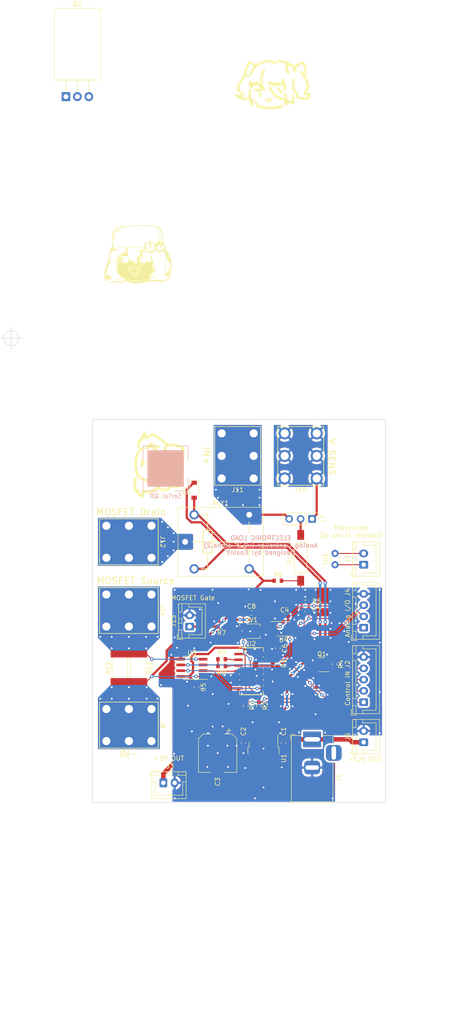
<source format=kicad_pcb>
(kicad_pcb (version 20241229) (generator "pcbnew") (generator_version "9.0")
  (layers (0 "F.Cu" signal) (2 "B.Cu" signal) (13 "F.Paste" user) (15 "B.Paste" user) (5 "F.SilkS" user "F.Silkscreen") (7 "B.SilkS" user "B.Silkscreen") (1 "F.Mask" user) (3 "B.Mask" user) (25 "Edge.Cuts" user))
  (net 0 "")
  (net 1 "VCC")
  (net 2 "GND")
  (net 4 "/Vmeas")
  (net 5 "Net-(R8-Pad1)")
  (net 6 "Net-(J2-Pad4)")
  (net 7 "Vofs")
  (net 8 "SHUNT_SELECT2")
  (net 9 "LOAD_ENABLE")
  (net 10 "SHUNT_SELECT1")
  (net 11 "Vconst_ENABLE")
  (net 12 "/Vref")
  (net 13 "Rg_2")
  (net 14 "Net-(R9-Pad1)")
  (net 15 "Net-(RV1-Pad3)")
  (net 16 "Rg_1")
  (net 17 "Net-(U2-Pad8)")
  (net 20 "+12V")
  (net 21 "Net-(C8-Pad2)")
  (net 22 "/MOS+")
  (net 23 "/MOS-")
  (net 24 "/Load+")
  (net 25 "Net-(J13-Pad1)")
  (net 26 "Net-(C7-Pad2)")
  (net 27 "Net-(C8-Pad1)")
  (net 28 "/Vsens")
  (net 29 "Net-(J7-Pad2)")
  (net 30 "Net-(J9-Pad1)")
  (net 31 "Net-(J9-Pad2)")
  (net 32 "Load-")
  (footprint "Connector_JST:JST_XH_B2B-XH-A_1x02_P2.50mm_Vertical" (layer "F.Cu") (at 90.17 62.23 90)
    (property "Reference" "J9")
    (property "Value" "Conn_01x02")
  )
  (footprint "Package_TO_SOT_SMD:TO-252-2" (layer "F.Cu") (at 67.945 105.165 -90)
    (property "Reference" "U1")
    (property "Value" "NJM7805SDL1")
  )
  (footprint "Kibishi-chan:Kibishi-chan_17x17mm" (layer "F.Cu") (at 69.969523 -44.003063)
    (property "Reference" "P3" (hide yes))
    (property "Value" "Eoshi-chan_Silk" (hide yes))
  )
  (footprint "Connector_PinHeader_2.54mm:PinHeader_1x03_P2.54mm_Vertical" (layer "F.Cu") (at 78.725 52.07 -90)
    (property "Reference" "J7")
    (property "Value" "VsensJMP")
  )
  (footprint "Diode_SMD:D_SOD-123" (layer "F.Cu") (at 52.578 45.72 -90)
    (property "Reference" "D1")
    (property "Value" "GS1010FL")
  )
  (footprint "Capacitor_THT:C_Disc_D3.0mm_W1.6mm_P2.50mm" (layer "F.Cu") (at 83.82 62.23 90)
    (property "Reference" "TH1")
    (property "Value" "Thermistor")
  )
  (footprint "Capacitor_SMD:C_0603_1608Metric" (layer "F.Cu") (at 72.39 101.74 -90)
    (property "Reference" "C1")
    (property "Value" "0.33u")
  )
  (footprint "Capacitor_SMD:C_0603_1608Metric" (layer "F.Cu") (at 71.12 80.772 90)
    (property "Reference" "C6")
    (property "Value" "0.1u")
  )
  (footprint "MountingHole:MountingHole_3.2mm_M3" (layer "F.Cu") (at 90 110)
    (property "Reference" "H3" (hide yes))
    (property "Value" "MountingHole")
  )
  (footprint "Resistor_SMD:R_0603_1608Metric" (layer "F.Cu") (at 71.12 84.137 -90)
    (property "Reference" "R1")
    (property "Value" "10k")
  )
  (footprint "Resistor_SMD:R_2512_6332Metric" (layer "F.Cu") (at 40.132 85.09 -90)
    (property "Reference" "R11")
    (property "Value" "20m")
  )
  (footprint "Package_SO:SOIC-8_3.9x4.9mm_P1.27mm" (layer "F.Cu") (at 52.07 85.09 180)
    (property "Reference" "U3")
    (property "Value" "AD8226ARZ")
  )
  (footprint "Akizuki_BarrelJack:BarrelJack_Horizontal1" (layer "F.Cu") (at 78.74 114.715 90)
    (property "Reference" "J1")
    (property "Value" "2.1-5.5 +12VDC")
  )
  (footprint "Resistor_SMD:R_0603_1608Metric" (layer "F.Cu") (at 66.929 93.535 -90)
    (property "Reference" "R2")
    (property "Value" "10k")
  )
  (footprint "Resistor_SMD:R_0603_1608Metric" (layer "F.Cu") (at 71.12 65.786)
    (property "Reference" "R6")
    (property "Value" "10k")
  )
  (footprint "Connector_JST:JST_XH_B2B-XH-A_1x02_P2.50mm_Vertical" (layer "F.Cu") (at 51.562 75.946 90)
    (property "Reference" "J13")
    (property "Value" "Gate")
  )
  (footprint "Connector_JST:JST_XH_B2B-XH-A_1x02_P2.50mm_Vertical" (layer "F.Cu") (at 90.17 101.6 90)
    (property "Reference" "J5")
    (property "Value" "+12V")
  )
  (footprint "Akizuki_Relay:HSINDA-943_12A-1C_5p" (layer "F.Cu") (at 58.42 57.15)
    (property "Reference" "RLY1")
    (property "Value" "943-1C-12DS")
  )
  (footprint "Resistor_SMD:R_0603_1608Metric" (layer "F.Cu") (at 77.216 70.612 180)
    (property "Reference" "R5")
    (property "Value" "390k")
  )
  (footprint "Resistor_SMD:R_0603_1608Metric" (layer "F.Cu") (at 83.693 84.328 -90)
    (property "Reference" "R4")
    (property "Value" "10k")
  )
  (footprint "Akizuki_ScrewTerminal:ScrewTerminal_01x01_PCB-20" (layer "F.Cu") (at 38.1 97.79 -90)
    (property "Reference" "J8")
    (property "Value" "Vin_-")
  )
  (footprint "Capacitor_SMD:C_0603_1608Metric" (layer "F.Cu") (at 65.278 72.898)
    (property "Reference" "C8")
    (property "Value" "0.01u")
  )
  (footprint "Connector_JST:JST_XH_B2B-XH-A_1x02_P2.50mm_Vertical" (layer "F.Cu") (at 45.74 110.6)
    (property "Reference" "J3")
    (property "Value" "+5V")
  )
  (footprint "Capacitor_SMD:CP_Elec_8x6.2" (layer "F.Cu") (at 57.785 104.015 -90)
    (property "Reference" "C3")
    (property "Value" "47u")
  )
  (footprint "Package_DIPSMD:DIPSMD_0W25Resistor_P10.16mm_Horizontal" (layer "F.Cu") (at 76.2 65.786 90)
    (property "Reference" "R10")
    (property "Value" "390k")
  )
  (footprint "Resistor_SMD:R_0603_1608Metric" (layer "F.Cu") (at 58.674 83.185 180)
    (property "Reference" "R9")
    (property "Value" "2.61k")
  )
  (footprint "Capacitor_SMD:C_0603_1608Metric" (layer "F.Cu") (at 72.631 73.66 180)
    (property "Reference" "C4")
    (property "Value" "0.1u")
  )
  (footprint "Connector_JST:JST_XH_B4B-XH-A_1x04_P2.50mm_Vertical" (layer "F.Cu") (at 90.17 76.2 90)
    (property "Reference" "J4")
    (property "Value" "AnalogIO")
  )
  (footprint "Resistor_SMD:R_0603_1608Metric" (layer "F.Cu") (at 58.674 84.709 180)
    (property "Reference" "R8")
    (property "Value" "499")
  )
  (footprint "Eoshi-chan_v2:Eoshi-chan-v2_15x15" (layer "F.Cu") (at 44.704 40.132 -90)
    (property "Reference" "P2" (hide yes))
    (property "Value" "Eoshi-chan_Silk" (hide yes))
  )
  (footprint "MountingHole:MountingHole_3.2mm_M3" (layer "F.Cu") (at 90 35)
    (property "Reference" "H4" (hide yes))
    (property "Value" "MountingHole")
  )
  (footprint "Package_TO_SOT_THT:TO-220-3_Horizontal_TabDown" (layer "F.Cu") (at 24.13 -41.57)
    (property "Reference" "Q2")
    (property "Value" "TK100E06N1")
  )
  (footprint "Eoshi-chan:Eoshi-chan_logo_15x15" (layer "F.Cu") (at 40.131673 -7.005027)
    (property "Reference" "P1" (hide yes))
    (property "Value" "Eoshi-chan_Silk" (hide yes))
  )
  (footprint "Akizuki_ScrewTerminal:ScrewTerminal_01x01_PCB-20" (layer "F.Cu") (at 38.1 57.15 -90)
    (property "Reference" "J12")
    (property "Value" "Drain")
  )
  (footprint "Akizuki_ScrewTerminal:ScrewTerminal_01x01_PCB-20" (layer "F.Cu") (at 38.1 72.39 -90)
    (property "Reference" "J14")
    (property "Value" "Source")
  )
  (footprint "Package_DMP:DMP-14_10x5_P1.27mm" (layer "F.Cu") (at 65.278 85.852 -90)
    (property "Reference" "U2")
    (property "Value" "4066")
  )
  (footprint "Package_TO_SOT_SMD:SOT-23" (layer "F.Cu") (at 80.8713 84.4042 180)
    (property "Reference" "Q1")
    (property "Value" "2N7002K")
  )
  (footprint "Resistor_SMD:R_2512_6332Metric" (layer "F.Cu") (at 36.068 85.09 -90)
    (property "Reference" "R12")
    (property "Value" "20m")
  )
  (footprint "Resistor_SMD:R_0603_1608Metric" (layer "F.Cu") (at 58.674 75.946 180)
    (property "Reference" "R7")
    (property "Value" "100")
  )
  (footprint "MountingHole:MountingHole_3.2mm_M3" (layer "F.Cu") (at 35 35)
    (property "Reference" "H1" (hide yes))
    (property "Value" "MountingHole")
  )
  (footprint "Capacitor_SMD:C_0603_1608Metric" (layer "F.Cu") (at 77.216 72.136 180)
    (property "Reference" "C7")
    (property "Value" "1000p")
  )
  (footprint "MountingHole:MountingHole_3.2mm_M3" (layer "F.Cu") (at 35 110)
    (property "Reference" "H2" (hide yes))
    (property "Value" "MountingHole")
  )
  (footprint "Capacitor_SMD:C_0603_1608Metric" (layer "F.Cu") (at 53.086 89.421 -90)
    (property "Reference" "C5")
    (property "Value" "0.1u")
  )
  (footprint "Potentiometer_SMD:Potentiometer_Bourns_TC33X_Vertical" (layer "F.Cu") (at 65.278 76.962)
    (property "Reference" "RV1")
    (property "Value" "10k")
  )
  (footprint "Package_SO:MSOP-8_3x3mm_P0.65mm" (layer "F.Cu") (at 72.39 76.454)
    (property "Reference" "U4")
    (property "Value" "S-89713B-K8T2U")
  )
  (footprint "Akizuki_ScrewTerminal:ScrewTerminal_01x01_PCB-20" (layer "F.Cu") (at 62.23 38.1 180)
    (property "Reference" "J11")
    (property "Value" "Vin+")
  )
  (footprint "Akizuki_ScrewTerminal:ScrewTerminal_01x01_PCB-20" (layer "F.Cu") (at 76.2 38.1 180)
    (property "Reference" "J10")
    (property "Value" "Vsens")
  )
  (footprint "Connector_JST:JST_XH_B5B-XH-A_1x05_P2.50mm_Vertical" (layer "F.Cu") (at 90.17 92.71 90)
    (property "Reference" "J2")
    (property "Value" "Switch_Control")
  )
  (footprint "Resistor_SMD:R_0603_1608Metric" (layer "F.Cu") (at 64.008 93.535 -90)
    (property "Reference" "R3")
    (property "Value" "10k")
  )
  (footprint "Capacitor_SMD:C_0603_1608Metric" (layer "F.Cu") (at 63.5 101.74 -90)
    (property "Reference" "C2")
    (property "Value" "0.1u")
  )
  (footprint "JLCPCB_Serial:Serial_QR_8x8" (layer "B.Cu") (at 46.228 40.894 180)
    (property "Reference" "P4" (hide yes))
    (property "Value" "Serial_QR")
  )
  (gr_rect (start 30 30) (end 95 115) (stroke (width 0.1)) (fill no) (layer "Edge.Cuts"))
  (gr_text "Analog I/O" (at 86.614 74.168 90) (layer "F.SilkS") (effects (font (size 1 1))))
  (gr_text "IN+" (at 55.372 38.1 270) (layer "F.SilkS") (effects (font (size 1.5 1.5) (thickness 0.2))))
  (gr_text "Control IN" (at 86.614 89.662 90) (layer "F.SilkS") (effects (font (size 1 1))))
  (gr_text "+12V OUT" (at 90.424 105.41 0) (layer "F.SilkS") (effects (font (size 1 1))))
  (gr_text "Thermister\n(to shunt resistor)" (at 87.376 54.864 0) (layer "F.SilkS") (effects (font (size 1 1))))
  (gr_text "MOSFET Gate" (at 52.324 69.596 0) (layer "F.SilkS") (effects (font (size 1 1))))
  (gr_text "MOSFET Drain" (at 38.608 50.546 0) (layer "F.SilkS") (effects (font (size 1.5 1.5) (thickness 0.2))))
  (gr_text "V SENS" (at 83.058 38.354 270) (layer "F.SilkS") (effects (font (size 1.5 1.5) (thickness 0.2))))
  (gr_text "+5V OUT" (at 46.99 105.156 0) (layer "F.SilkS") (effects (font (size 1 1))))
  (gr_text "IN-" (at 38.1 104.14 0) (layer "F.SilkS") (effects (font (size 1.5 1.5) (thickness 0.2))))
  (gr_text "MOSFET Source" (at 39.624 65.786 0) (layer "F.SilkS") (effects (font (size 1.5 1.5) (thickness 0.2))))
  (gr_text "ELECTRONIC LOAD\nAnalog Controller (v0.2-alpha.2)\nDesigned by: EosinY" (at 67.31 57.912 0) (layer "B.SilkS") (effects (font (size 1 1) (thickness 0.2)) (justify mirror)))
  (target plus (at 12.005 11.99) (size 5) (width 0.1) (layer "Edge.Cuts"))
  (segment (start 73.406 75.479) (end 73.365 75.479) (width 0.5) (layer "F.Cu") (net 1))
  (segment (start 51.943 83.566) (end 51.943 82.677) (width 0.5) (layer "F.Cu") (net 1))
  (segment (start 51.435 86.995) (end 53.073 88.633) (width 0.5) (layer "F.Cu") (net 1))
  (segment (start 68.153 82.042) (end 70.625 82.042) (width 0.5) (layer "F.Cu") (net 1))
  (segment (start 73.406 75.479) (end 73.406 73.66) (width 0.5) (layer "F.Cu") (net 1))
  (segment (start 55.994 88.633) (end 57.785 90.424) (width 0.5) (layer "F.Cu") (net 1))
  (segment (start 72.898 79.769) (end 71.12 81.547) (width 0.5) (layer "F.Cu") (net 1))
  (segment (start 53.073 88.633) (end 55.994 88.633) (width 0.5) (layer "F.Cu") (net 1))
  (segment (start 53.34 100.965) (end 57.785 100.965) (width 1) (layer "F.Cu") (net 1))
  (segment (start 52.578 82.042) (end 55.753 82.042) (width 0.5) (layer "F.Cu") (net 1))
  (segment (start 45.74 108.565) (end 53.34 100.965) (width 1) (layer "F.Cu") (net 1))
  (segment (start 57.785 100.965) (end 63.5 100.965) (width 1) (layer "F.Cu") (net 1))
  (segment (start 57.15 80.645) (end 63.373 80.645) (width 0.5) (layer "F.Cu") (net 1))
  (segment (start 51.435 86.995) (end 52.324 86.106) (width 0.5) (layer "F.Cu") (net 1))
  (segment (start 63.5 100.965) (end 65.665 100.965) (width 1) (layer "F.Cu") (net 1))
  (segment (start 57.785 90.424) (end 57.785 100.965) (width 0.5) (layer "F.Cu") (net 1))
  (segment (start 49.595 86.995) (end 51.435 86.995) (width 0.5) (layer "F.Cu") (net 1))
  (segment (start 55.753 82.042) (end 57.15 80.645) (width 0.5) (layer "F.Cu") (net 1))
  (segment (start 52.324 86.106) (end 52.324 83.947) (width 0.5) (layer "F.Cu") (net 1))
  (segment (start 51.943 82.677) (end 52.578 82.042) (width 0.5) (layer "F.Cu") (net 1))
  (segment (start 63.373 80.645) (end 64.77 82.042) (width 0.5) (layer "F.Cu") (net 1))
  (segment (start 52.324 83.947) (end 51.943 83.566) (width 0.5) (layer "F.Cu") (net 1))
  (segment (start 64.77 82.042) (end 68.153 82.042) (width 0.5) (layer "F.Cu") (net 1))
  (segment (start 73.365 75.479) (end 72.898 75.946) (width 0.5) (layer "F.Cu") (net 1))
  (segment (start 70.625 82.042) (end 71.12 81.547) (width 0.5) (layer "F.Cu") (net 1))
  (segment (start 72.898 75.946) (end 72.898 79.769) (width 0.5) (layer "F.Cu") (net 1))
  (segment (start 45.74 110.6) (end 45.74 108.565) (width 1) (layer "F.Cu") (net 1))
  (segment (start 73.406 75.479) (end 74.5025 75.479) (width 0.3) (layer "F.Cu") (net 1))
  (via (at 75.184 71.12) (size 0.8) (drill 0.4) (layers "F.Cu" "B.Cu") (net 2))
  (via (at 71.882 77.343) (size 0.8) (drill 0.4) (layers "F.Cu" "B.Cu") (net 2))
  (via (at 72.263 82.296) (size 0.8) (drill 0.4) (layers "F.Cu" "B.Cu") (net 2))
  (via (at 72.771 84.455) (size 0.8) (drill 0.4) (layers "F.Cu" "B.Cu") (net 2))
  (via (at 55.6514 99.5934) (size 0.8) (drill 0.4) (layers "F.Cu" "B.Cu") (net 2))
  (via (at 80.264 89.027) (size 0.8) (drill 0.4) (layers "F.Cu" "B.Cu") (net 2))
  (via (at 60.198 93.091) (size 0.8) (drill 0.4) (layers "F.Cu" "B.Cu") (net 2))
  (via (at 48.768 80.645) (size 0.8) (drill 0.4) (layers "F.Cu" "B.Cu") (net 2))
  (via (at 82.804 76.454) (size 0.8) (drill 0.4) (layers "F.Cu" "B.Cu") (net 2))
  (via (at 79.502 95.377) (size 0.8) (drill 0.4) (layers "F.Cu" "B.Cu") (net 2))
  (via (at 88.392 74.676) (size 0.8) (drill 0.4) (layers "F.Cu" "B.Cu") (net 2))
  (via (at 82.804 78.486) (size 0.8) (drill 0.4) (layers "F.Cu" "B.Cu") (net 2))
  (via (at 62.2808 79.5528) (size 0.8) (drill 0.4) (layers "F.Cu" "B.Cu") (net 2))
  (via (at 56.388 86.995) (size 0.8) (drill 0.4) (layers "F.Cu" "B.Cu") (net 2))
  (via (at 74.422 90.932) (size 0.8) (drill 0.4) (layers "F.Cu" "B.Cu") (net 2))
  (via (at 75.184 67.818) (size 0.8) (drill 0.4) (layers "F.Cu" "B.Cu") (net 2))
  (via (at 60.071 107.061) (size 0.8) (drill 0.4) (layers "F.Cu" "B.Cu") (net 2))
  (via (at 75.692 73.406) (size 0.8) (drill 0.4) (layers "F.Cu" "B.Cu") (net 2))
  (via (at 88.773 88.9) (size 0.8) (drill 0.4) (layers "F.Cu" "B.Cu") (net 2))
  (via (at 93.726 90.424) (size 0.8) (drill 0.4) (layers "F.Cu" "B.Cu") (net 2))
  (via (at 93.726 99.568) (size 0.8) (drill 0.4) (layers "F.Cu" "B.Cu") (net 2))
  (via (at 48.26 78.359) (size 0.8) (drill 0.4) (layers "F.Cu" "B.Cu") (net 2))
  (via (at 75.565 87.122) (size 0.8) (drill 0.4) (layers "F.Cu" "B.Cu") (net 2))
  (via (at 65.532 93.98) (size 0.8) (drill 0.4) (layers "F.Cu" "B.Cu") (net 2))
  (via (at 78.867 83.439) (size 0.8) (drill 0.4) (layers "F.Cu" "B.Cu") (net 2))
  (via (at 48.26 114.046) (size 0.8) (drill 0.4) (layers "F.Cu" "B.Cu") (net 2))
  (via (at 48.26 67.818) (size 0.8) (drill 0.4) (layers "F.Cu" "B.Cu") (net 2))
  (via (at 52.07 99.187) (size 0.8) (drill 0.4) (layers "F.Cu" "B.Cu") (net 2))
  (via (at 64.643 67.691) (size 0.8) (drill 0.4) (layers "F.Cu" "B.Cu") (net 2))
  (via (at 63.881 107.315) (size 0.8) (drill 0.4) (layers "F.Cu" "B.Cu") (net 2))
  (via (at 71.755 93.599) (size 0.8) (drill 0.4) (layers "F.Cu" "B.Cu") (net 2))
  (via (at 88.773 86.487) (size 0.8) (drill 0.4) (layers "F.Cu" "B.Cu") (net 2))
  (via (at 79.248 72.898) (size 0.8) (drill 0.4) (layers "F.Cu" "B.Cu") (net 2))
  (via (at 78.994 87.376) (size 0.8) (drill 0.4) (layers "F.Cu" "B.Cu") (net 2))
  (via (at 58.9026 98.0948) (size 0.8) (drill 0.4) (layers "F.Cu" "B.Cu") (net 2))
  (via (at 45.2374 88.9) (size 0.8) (drill 0.4) (layers "F.Cu" "B.Cu") (net 2))
  (via (at 82.804 70.358) (size 0.8) (drill 0.4) (layers "F.Cu" "B.Cu") (net 2))
  (via (at 56.6928 90.932) (size 0.8) (drill 0.4) (layers "F.Cu" "B.Cu") (net 2))
  (via (at 76.962 85.598) (size 0.8) (drill 0.4) (layers "F.Cu" "B.Cu") (net 2))
  (via (at 57.785 104.013) (size 0.8) (drill 0.4) (layers "F.Cu" "B.Cu") (net 2))
  (via (at 55.499 107.061) (size 0.8) (drill 0.4) (layers "F.Cu" "B.Cu") (net 2))
  (via (at 79.502 70.104) (size 0.8) (drill 0.4) (layers "F.Cu" "B.Cu") (net 2))
  (via (at 72.009 91.059) (size 0.8) (drill 0.4) (layers "F.Cu" "B.Cu") (net 2))
  (via (at 69.977 88.138) (size 0.8) (drill 0.4) (layers "F.Cu" "B.Cu") (net 2))
  (via (at 67.945 111.633) (size 0.8) (drill 0.4) (layers "F.Cu" "B.Cu") (net 2))
  (via (at 60.706 86.741) (size 0.8) (drill 0.4) (layers "F.Cu" "B.Cu") (net 2))
  (via (at 50.9778 88.1634) (size 0.8) (drill 0.4) (layers "F.Cu" "B.Cu") (net 2))
  (via (at 47.498 82.1944) (size 0.8) (drill 0.4) (layers "F.Cu" "B.Cu") (net 2))
  (via (at 75.057 78.486) (size 0.8) (drill 0.4) (layers "F.Cu" "B.Cu") (net 2))
  (via (at 63.5 104.013) (size 0.8) (drill 0.4) (layers "F.Cu" "B.Cu") (net 2))
  (via (at 72.009 107.188) (size 0.8) (drill 0.4) (layers "F.Cu" "B.Cu") (net 2))
  (via (at 81.661 99.441) (size 0.8) (drill 0.4) (layers "F.Cu" "B.Cu") (net 2))
  (via (at 59.944 102.362) (size 0.8) (drill 0.4) (layers "F.Cu" "B.Cu") (net 2))
  (via (at 59.309 86.741) (size 0.8) (drill 0.4) (layers "F.Cu" "B.Cu") (net 2))
  (via (at 79.502 67.818) (size 0.8) (drill 0.4) (layers "F.Cu" "B.Cu") (net 2))
  (via (at 75.184 83.82) (size 0.8) (drill 0.4) (layers "F.Cu" "B.Cu") (net 2))
  (via (at 66.421 86.868) (size 0.8) (drill 0.4) (layers "F.Cu" "B.Cu") (net 2))
  (via (at 82.804 72.898) (size 0.8) (drill 0.4) (layers "F.Cu" "B.Cu") (net 2))
  (via (at 93.726 79.502) (size 0.8) (drill 0.4) (layers "F.Cu" "B.Cu") (net 2))
  (via (at 56.6674 98.1202) (size 0.8) (drill 0.4) (layers "F.Cu" "B.Cu") (net 2))
  (via (at 71.6534 99.6188) (size 0.8) (drill 0.4) (layers "F.Cu" "B.Cu") (net 2))
  (via (at 74.422 93.599) (size 0.8) (drill 0.4) (layers "F.Cu" "B.Cu") (net 2))
  (via (at 85.852 76.962) (size 0.8) (drill 0.4) (layers "F.Cu" "B.Cu") (net 2))
  (via (at 71.374 97.155) (size 0.8) (drill 0.4) (layers "F.Cu" "B.Cu") (net 2))
  (via (at 65.532 97.155) (size 0.8) (drill 0.4) (layers "F.Cu" "B.Cu") (net 2))
  (via (at 70.485 70.358) (size 0.8) (drill 0.4) (layers "F.Cu" "B.Cu") (net 2))
  (via (at 70.485 74.168) (size 0.8) (drill 0.4) (layers "F.Cu" "B.Cu") (net 2))
  (via (at 71.8566 78.6892) (size 0.8) (drill 0.4) (layers "F.Cu" "B.Cu") (net 2))
  (via (at 56.642 67.818) (size 0.8) (drill 0.4) (layers "F.Cu" "B.Cu") (net 2))
  (via (at 93.726 67.818) (size 0.8) (drill 0.4) (layers "F.Cu" "B.Cu") (net 2))
  (via (at 88.392 70.866) (size 0.8) (drill 0.4) (layers "F.Cu" "B.Cu") (net 2))
  (via (at 83.312 114.046) (size 0.8) (drill 0.4) (layers "F.Cu" "B.Cu") (net 2))
  (via (at 84.836 75.184) (size 0.8) (drill 0.4) (layers "F.Cu" "B.Cu") (net 2))
  (via (at 67.437 90.805) (size 0.8) (drill 0.4) (layers "F.Cu" "B.Cu") (net 2))
  (via (at 57.912 70.739) (size 0.8) (drill 0.4) (layers "F.Cu" "B.Cu") (net 2))
  (via (at 82.169 91.059) (size 0.8) (drill 0.4) (layers "F.Cu" "B.Cu") (net 2))
  (via (at 69.85 85.471) (size 0.8) (drill 0.4) (layers "F.Cu" "B.Cu") (net 2))
  (via (at 68.199 93.599) (size 0.8) (drill 0.4) (layers "F.Cu" "B.Cu") (net 2))
  (via (at 64.4652 80.1624) (size 0.8) (drill 0.4) (layers "F.Cu" "B.Cu") (net 2))
  (via (at 86.868 79.375) (size 0.8) (drill 0.4) (layers "F.Cu" "B.Cu") (net 2))
  (via (at 56.2356 79.4766) (size 0.8) (drill 0.4) (layers "F.Cu" "B.Cu") (net 2))
  (via (at 53.848 72.136) (size 0.8) (drill 0.4) (layers "F.Cu" "B.Cu") (net 2))
  (via (at 60.706 88.392) (size 0.8) (drill 0.4) (layers "F.Cu" "B.Cu") (net 2))
  (via (at 77.216 89.154) (size 0.8) (drill 0.4) (layers "F.Cu" "B.Cu") (net 2))
  (via (at 73.787 85.344) (size 0.8) (drill 0.4) (layers "F.Cu" "B.Cu") (net 2))
  (via (at 54.5084 89.7128) (size 0.8) (drill 0.4) (layers "F.Cu" "B.Cu") (net 2))
  (via (at 79.248 78.74) (size 0.8) (drill 0.4) (layers "F.Cu" "B.Cu") (net 2))
  (via (at 67.31 67.818) (size 0.8) (drill 0.4) (layers "F.Cu" "B.Cu") (net 2))
  (via (at 72.771 81.534) (size 0.8) (drill 0.4) (layers "F.Cu" "B.Cu") (net 2))
  (via (at 75.819 99.441) (size 0.8) (drill 0.4) (layers "F.Cu" "B.Cu") (net 2))
  (via (at 64.9986 77.0128) (size 0.8) (drill 0.4) (layers "F.Cu" "B.Cu") (net 2))
  (via (at 69.85 80.899) (size 0.8) (drill 0.4) (layers "F.Cu" "B.Cu") (net 2))
  (via (at 83.058 75.184) (size 0.8) (drill 0.4) (layers "F.Cu" "B.Cu") (net 2))
  (via (at 51.181 93.472) (size 0.8) (drill 0.4) (layers "F.Cu" "B.Cu") (net 2))
  (via (at 79.502 91.059) (size 0.8) (drill 0.4) (layers "F.Cu" "B.Cu") (net 2))
  (via (at 84.963 84.328) (size 0.8) (drill 0.4) (layers "F.Cu" "B.Cu") (net 2))
  (via (at 74.803 74.422) (size 0.8) (drill 0.4) (layers "F.Cu" "B.Cu") (net 2))
  (via (at 59.9186 99.5934) (size 0.8) (drill 0.4) (layers "F.Cu" "B.Cu") (net 2))
  (via (at 77.216 67.818) (size 0.8) (drill 0.4) (layers "F.Cu" "B.Cu") (net 2))
  (via (at 82.042 82.169) (size 0.8) (drill 0.4) (layers "F.Cu" "B.Cu") (net 2))
  (via (at 66.167 85.471) (size 0.8) (drill 0.4) (layers "F.Cu" "B.Cu") (net 2))
  (via (at 62.0522 75.8698) (size 0.8) (drill 0.4) (layers "F.Cu" "B.Cu") (net 2))
  (via (at 61.976 102.362) (size 0.8) (drill 0.4) (layers "F.Cu" "B.Cu") (net 2))
  (via (at 68.453 77.7748) (size 0.8) (drill 0.4) (layers "F.Cu" "B.Cu") (net 2))
  (via (at 77.216 69.342) (size 0.8) (drill 0.4) (layers "F.Cu" "B.Cu") (net 2))
  (via (at 57.023 74.803) (size 0.8) (drill 0.4) (layers "F.Cu" "B.Cu") (net 2))
  (via (at 66.0146 80.9244) (size 0.8) (drill 0.4) (layers "F.Cu" "B.Cu") (net 2))
  (via (at 66.04 114.046) (size 0.8) (drill 0.4) (layers "F.Cu" "B.Cu") (net 2))
  (via (at 74.168 82.931) (size 0.8) (drill 0.4) (layers "F.Cu" "B.Cu") (net 2))
  (via (at 48.133 104.14) (size 0.8) (drill 0.4) (layers "F.Cu" "B.Cu") (net 2))
  (via (at 52.6034 80.7466) (size 0.8) (drill 0.4) (layers "F.Cu" "B.Cu") (net 2))
  (via (at 63.119 90.805) (size 0.8) (drill 0.4) (layers "F.Cu" "B.Cu") (net 2))
  (via (at 67.945 102.997) (size 0.8) (drill 0.4) (layers "F.Cu" "B.Cu") (net 2))
  (via (at 66.294 83.312) (size 0.8) (drill 0.4) (layers "F.Cu" "B.Cu") (net 2))
  (via (at 55.626 102.362) (size 0.8) (drill 0.4) (layers "F.Cu" "B.Cu") (net 2))
  (via (at 82.804 67.818) (size 0.8) (drill 0.4) (layers "F.Cu" "B.Cu") (net 2))
  (via (at 63.881 71.501) (size 0.8) (drill 0.4) (layers "F.Cu" "B.Cu") (net 2))
  (via (at 88.773 91.313) (size 0.8) (drill 0.4) (layers "F.Cu" "B.Cu") (net 2))
  (segment (start 77.978 72.149) (end 77.991 72.136) (width 0.2) (layer "F.Cu") (net 4))
  (segment (start 77.991 72.136) (end 77.991 70.662) (width 0.2) (layer "F.Cu") (net 4))
  (segment (start 77.991 70.662) (end 78.041 70.612) (width 0.2) (layer "F.Cu") (net 4))
  (segment (start 77.978 74.168) (end 77.978 72.149) (width 0.2) (layer "F.Cu") (net 4))
  (segment (start 75.255 76.129) (end 76.2 75.184) (width 0.2) (layer "F.Cu") (net 4))
  (segment (start 85.09 74.168) (end 87.122 76.2) (width 0.2) (layer "F.Cu") (net 4))
  (segment (start 87.122 76.2) (end 90.17 76.2) (width 0.2) (layer "F.Cu") (net 4))
  (segment (start 77.978 74.168) (end 85.09 74.168) (width 0.2) (layer "F.Cu") (net 4))
  (segment (start 74.5025 76.129) (end 75.255 76.129) (width 0.2) (layer "F.Cu") (net 4))
  (via (at 76.2 75.184) (size 0.8) (drill 0.4) (layers "F.Cu" "B.Cu") (net 4))
  (via (at 77.978 74.168) (size 0.8) (drill 0.4) (layers "F.Cu" "B.Cu") (net 4))
  (segment (start 76.2 75.184) (end 76.962 75.184) (width 0.2) (layer "B.Cu") (net 4))
  (segment (start 76.962 75.184) (end 77.978 74.168) (width 0.2) (layer "B.Cu") (net 4))
  (segment (start 60.706 84.582) (end 62.403 84.582) (width 0.2) (layer "F.Cu") (net 5))
  (segment (start 60.579 84.709) (end 60.706 84.582) (width 0.2) (layer "F.Cu") (net 5))
  (segment (start 59.499 84.709) (end 60.579 84.709) (width 0.2) (layer "F.Cu") (net 5))
  (segment (start 90.163 85.217) (end 90.17 85.21) (width 0.2) (layer "F.Cu") (net 6))
  (segment (start 81.8365 85.342) (end 81.9615 85.217) (width 0.2) (layer "F.Cu") (net 6))
  (segment (start 81.9615 85.217) (end 83.82 85.217) (width 0.2) (layer "F.Cu") (net 6))
  (segment (start 83.82 85.217) (end 90.163 85.217) (width 0.2) (layer "F.Cu") (net 6))
  (segment (start 73.787 78.1445) (end 74.5025 77.429) (width 0.2) (layer "F.Cu") (net 7))
  (segment (start 79.248 77.47) (end 74.5435 77.47) (width 0.2) (layer "F.Cu") (net 7))
  (segment (start 73.787 78.74) (end 73.787 78.1445) (width 0.2) (layer "F.Cu") (net 7))
  (segment (start 51.181 84.455) (end 49.595 84.455) (width 0.2) (layer "F.Cu") (net 7))
  (segment (start 74.5435 77.47) (end 74.5025 77.429) (width 0.2) (layer "F.Cu") (net 7))
  (via (at 73.787 78.74) (size 0.8) (drill 0.4) (layers "F.Cu" "B.Cu") (net 7))
  (via (at 79.248 77.47) (size 0.8) (drill 0.4) (layers "F.Cu" "B.Cu") (net 7))
  (via (at 51.181 84.455) (size 0.8) (drill 0.4) (layers "F.Cu" "B.Cu") (net 7))
  (segment (start 79.248 77.47) (end 83.9 77.47) (width 0.2) (layer "B.Cu") (net 7))
  (segment (start 71.374 84.455) (end 51.181 84.455) (width 0.2) (layer "B.Cu") (net 7))
  (segment (start 83.9 77.47) (end 90.17 71.2) (width 0.2) (layer "B.Cu") (net 7))
  (segment (start 73.787 78.74) (end 73.787 82.042) (width 0.2) (layer "B.Cu") (net 7))
  (segment (start 73.787 82.042) (end 71.374 84.455) (width 0.2) (layer "B.Cu") (net 7))
  (segment (start 78.232 88.392) (end 73.152 83.312) (width 0.2) (layer "F.Cu") (net 8))
  (segment (start 80.899 91.059) (end 82.55 92.71) (width 0.2) (layer "F.Cu") (net 8))
  (segment (start 71.12 83.312) (end 68.153 83.312) (width 0.2) (layer "F.Cu") (net 8))
  (segment (start 82.55 92.71) (end 90.17 92.71) (width 0.2) (layer "F.Cu") (net 8))
  (segment (start 73.152 83.312) (end 71.12 83.312) (width 0.2) (layer "F.Cu") (net 8))
  (via (at 78.232 88.392) (size 0.8) (drill 0.4) (layers "F.Cu" "B.Cu") (net 8))
  (via (at 80.899 91.059) (size 0.8) (drill 0.4) (layers "F.Cu" "B.Cu") (net 8))
  (segment (start 80.899 91.059) (end 78.232 88.392) (width 0.2) (layer "B.Cu") (net 8))
  (segment (start 73.406 57.658) (end 59.944 57.658) (width 0.5) (layer "F.Cu") (net 9))
  (segment (start 52.57 47.378) (end 52.578 47.37) (width 0.5) (layer "F.Cu") (net 9))
  (segment (start 59.944 57.658) (end 53.436 51.15) (width 0.5) (layer "F.Cu") (net 9))
  (segment (start 53.436 51.15) (end 52.57 51.15) (width 0.5) (layer "F.Cu") (net 9))
  (segment (start 81.661 66.294) (end 81.661 65.913) (width 0.5) (layer "F.Cu") (net 9))
  (segment (start 81.661 80.899) (end 81.661 74.93) (width 0.5) (layer "F.Cu") (net 9))
  (segment (start 52.57 51.15) (end 52.57 47.378) (width 0.5) (layer "F.Cu") (net 9))
  (segment (start 79.9338 84.4042) (end 79.9338 82.6262) (width 0.5) (layer "F.Cu") (net 9))
  (segment (start 81.661 65.913) (end 73.406 57.658) (width 0.5) (layer "F.Cu") (net 9))
  (segment (start 79.9338 82.6262) (end 81.661 80.899) (width 0.5) (layer "F.Cu") (net 9))
  (via (at 81.661 74.93) (size 0.8) (drill 0.4) (layers "F.Cu" "B.Cu") (net 9))
  (via (at 81.661 66.294) (size 0.8) (drill 0.4) (layers "F.Cu" "B.Cu") (net 9))
  (segment (start 81.661 74.93) (end 81.661 66.294) (width 0.5) (layer "B.Cu") (net 9))
  (segment (start 63.754 87.122) (end 62.403 87.122) (width 0.2) (layer "F.Cu") (net 10))
  (segment (start 76.327 92.71) (end 66.929 92.71) (width 0.2) (layer "F.Cu") (net 10))
  (segment (start 66.929 91.567) (end 64.77 89.408) (width 0.2) (layer "F.Cu") (net 10))
  (segment (start 90.17 90.21) (end 78.827 90.21) (width 0.2) (layer "F.Cu") (net 10))
  (segment (start 66.929 92.71) (end 66.929 91.567) (width 0.2) (layer "F.Cu") (net 10))
  (segment (start 64.77 88.138) (end 63.754 87.122) (width 0.2) (layer "F.Cu") (net 10))
  (segment (start 78.827 90.21) (end 76.327 92.71) (width 0.2) (layer "F.Cu") (net 10))
  (segment (start 64.77 89.408) (end 64.77 88.138) (width 0.2) (layer "F.Cu") (net 10))
  (segment (start 64.008 88.9) (end 63.5 88.392) (width 0.2) (layer "F.Cu") (net 11))
  (segment (start 64.008 92.71) (end 64.008 88.9) (width 0.2) (layer "F.Cu") (net 11))
  (segment (start 63.5 88.392) (end 62.403 88.392) (width 0.2) (layer "F.Cu") (net 11))
  (segment (start 80.057 87.71) (end 75.819 91.948) (width 0.2) (layer "F.Cu") (net 11))
  (segment (start 90.17 87.71) (end 80.057 87.71) (width 0.2) (layer "F.Cu") (net 11))
  (segment (start 75.819 91.948) (end 68.199 91.948) (width 0.2) (layer "F.Cu") (net 11))
  (segment (start 65.405 92.71) (end 64.071 92.71) (width 0.2) (layer "F.Cu") (net 11))
  (via (at 68.199 91.948) (size 0.8) (drill 0.4) (layers "F.Cu" "B.Cu") (net 11))
  (via (at 65.405 92.71) (size 0.8) (drill 0.4) (layers "F.Cu" "B.Cu") (net 11))
  (segment (start 68.199 91.948) (end 67.437 92.71) (width 0.2) (layer "B.Cu") (net 11))
  (segment (start 67.437 92.71) (end 65.405 92.71) (width 0.2) (layer "B.Cu") (net 11))
  (segment (start 87.63 71.374) (end 89.956 73.7) (width 0.2) (layer "F.Cu") (net 12))
  (segment (start 70.2775 76.129) (end 71.445 76.129) (width 0.2) (layer "F.Cu") (net 12))
  (segment (start 89.956 73.7) (end 90.17 73.7) (width 0.2) (layer "F.Cu") (net 12))
  (segment (start 79.121 71.374) (end 87.63 71.374) (width 0.2) (layer "F.Cu") (net 12))
  (segment (start 71.445 76.129) (end 71.628 75.946) (width 0.2) (layer "F.Cu") (net 12))
  (via (at 71.628 75.946) (size 0.8) (drill 0.4) (layers "F.Cu" "B.Cu") (net 12))
  (via (at 79.121 71.374) (size 0.8) (drill 0.4) (layers "F.Cu" "B.Cu") (net 12))
  (segment (start 79.121 71.374) (end 76.2 71.374) (width 0.2) (layer "B.Cu") (net 12))
  (segment (start 76.2 71.374) (end 71.628 75.946) (width 0.2) (layer "B.Cu") (net 12))
  (segment (start 54.545 84.455) (end 57.595 84.455) (width 0.2) (layer "F.Cu") (net 13))
  (segment (start 57.595 84.455) (end 57.849 84.709) (width 0.2) (layer "F.Cu") (net 13))
  (segment (start 57.849 83.185) (end 57.849 84.709) (width 0.2) (layer "F.Cu") (net 13))
  (segment (start 59.499 83.185) (end 60.579 83.185) (width 0.2) (layer "F.Cu") (net 14))
  (segment (start 60.706 83.312) (end 62.403 83.312) (width 0.2) (layer "F.Cu") (net 14))
  (segment (start 60.579 83.185) (end 60.706 83.312) (width 0.2) (layer "F.Cu") (net 14))
  (segment (start 65.024 86.868) (end 66.548 88.392) (width 0.2) (layer "F.Cu") (net 15))
  (segment (start 66.548 88.392) (end 68.153 88.392) (width 0.2) (layer "F.Cu") (net 15))
  (segment (start 63.5 79.375) (end 63.478 79.353) (width 0.2) (layer "F.Cu") (net 15))
  (segment (start 65.024 83.185) (end 65.024 86.868) (width 0.2) (layer "F.Cu") (net 15))
  (segment (start 63.478 79.353) (end 63.478 77.962) (width 0.2) (layer "F.Cu") (net 15))
  (via (at 63.5 79.375) (size 0.8) (drill 0.4) (layers "F.Cu" "B.Cu") (net 15))
  (via (at 65.024 83.185) (size 0.8) (drill 0.4) (layers "F.Cu" "B.Cu") (net 15))
  (segment (start 63.5 81.661) (end 63.5 79.375) (width 0.2) (layer "B.Cu") (net 15))
  (segment (start 65.024 83.185) (end 63.5 81.661) (width 0.2) (layer "B.Cu") (net 15))
  (segment (start 63.5 82.042) (end 62.403 82.042) (width 0.2) (layer "F.Cu") (net 16))
  (segment (start 54.672 85.852) (end 62.403 85.852) (width 0.2) (layer "F.Cu") (net 16))
  (segment (start 62.403 85.852) (end 63.5 85.852) (width 0.2) (layer "F.Cu") (net 16))
  (segment (start 63.881 85.471) (end 63.881 82.423) (width 0.2) (layer "F.Cu") (net 16))
  (segment (start 63.5 85.852) (end 63.881 85.471) (width 0.2) (layer "F.Cu") (net 16))
  (segment (start 54.545 85.725) (end 54.672 85.852) (width 0.2) (layer "F.Cu") (net 16))
  (segment (start 63.881 82.423) (end 63.5 82.042) (width 0.2) (layer "F.Cu") (net 16))
  (segment (start 66.548 89.662) (end 68.153 89.662) (width 0.2) (layer "F.Cu") (net 17))
  (segment (start 49.595 85.725) (end 51.181 85.725) (width 0.2) (layer "F.Cu") (net 17))
  (via (at 51.181 85.725) (size 0.8) (drill 0.4) (layers "F.Cu" "B.Cu") (net 17))
  (via (at 66.548 89.662) (size 0.8) (drill 0.4) (layers "F.Cu" "B.Cu") (net 17))
  (segment (start 66.548 89.662) (end 60.706 89.662) (width 0.2) (layer "B.Cu") (net 17))
  (segment (start 60.706 89.662) (end 56.769 85.725) (width 0.2) (layer "B.Cu") (net 17))
  (segment (start 56.769 85.725) (end 51.181 85.725) (width 0.2) (layer "B.Cu") (net 17))
  (segment (start 80.518 66.294) (end 80.518 65.786) (width 0.5) (layer "F.Cu") (net 20))
  (segment (start 73.152 90.932) (end 73.152 87.63) (width 0.5) (layer "F.Cu") (net 20))
  (segment (start 59.563 58.42) (end 54.833 63.15) (width 0.5) (layer "F.Cu") (net 20))
  (segment (start 72.39 100.965) (end 78.74 100.965) (width 1) (layer "F.Cu") (net 20))
  (segment (start 73.152 58.42) (end 59.69 58.42) (width 0.5) (layer "F.Cu") (net 20))
  (segment (start 59.69 58.42) (end 59.563 58.42) (width 0.5) (layer "F.Cu") (net 20))
  (segment (start 78.74 100.965) (end 86.995 100.965) (width 1) (layer "F.Cu") (net 20))
  (segment (start 52.45 44.07) (end 52.578 44.07) (width 0.5) (layer "F.Cu") (net 20))
  (segment (start 54.833 63.15) (end 52.57 63.15) (width 0.5) (layer "F.Cu") (net 20))
  (segment (start 50.927 51.816) (end 50.927 45.593) (width 0.5) (layer "F.Cu") (net 20))
  (segment (start 70.225 100.965) (end 72.39 100.965) (width 1) (layer "F.Cu") (net 20))
  (segment (start 80.518 74.93) (end 80.518 80.264) (width 0.5) (layer "F.Cu") (net 20))
  (segment (start 50.927 45.593) (end 52.45 44.07) (width 0.5) (layer "F.Cu") (net 20))
  (segment (start 80.518 65.786) (end 73.152 58.42) (width 0.5) (layer "F.Cu") (net 20))
  (segment (start 59.69 58.42) (end 54.102 52.832) (width 0.5) (layer "F.Cu") (net 20))
  (segment (start 80.518 80.264) (end 76.2 84.582) (width 0.5) (layer "F.Cu") (net 20))
  (segment (start 86.995 100.965) (end 87.63 101.6) (width 1) (layer "F.Cu") (net 20))
  (segment (start 51.943 52.832) (end 50.927 51.816) (width 0.5) (layer "F.Cu") (net 20))
  (segment (start 73.152 87.63) (end 74.422 86.36) (width 0.5) (layer "F.Cu") (net 20))
  (segment (start 70.225 100.965) (end 70.225 96.653) (width 0.5) (layer "F.Cu") (net 20))
  (segment (start 54.102 52.832) (end 51.943 52.832) (width 0.5) (layer "F.Cu") (net 20))
  (segment (start 87.63 101.6) (end 90.17 101.6) (width 1) (layer "F.Cu") (net 20))
  (segment (start 70.225 96.653) (end 73.152 93.726) (width 0.5) (layer "F.Cu") (net 20))
  (via (at 76.2 84.582) (size 0.8) (drill 0.4) (layers "F.Cu" "B.Cu") (net 20))
  (via (at 80.518 74.93) (size 0.8) (drill 0.4) (layers "F.Cu" "B.Cu") (net 20))
  (via (at 73.152 90.932) (size 0.8) (drill 0.4) (layers "F.Cu" "B.Cu") (net 20))
  (via (at 74.422 86.36) (size 0.8) (drill 0.4) (layers "F.Cu" "B.Cu") (net 20))
  (via (at 73.152 93.726) (size 0.8) (drill 0.4) (layers "F.Cu" "B.Cu") (net 20))
  (via (at 80.518 66.294) (size 0.8) (drill 0.4) (layers "F.Cu" "B.Cu") (net 20))
  (segment (start 73.152 93.726) (end 73.152 90.932) (width 0.5) (layer "B.Cu") (net 20))
  (segment (start 80.518 66.294) (end 80.518 74.93) (width 0.5) (layer "B.Cu") (net 20))
  (segment (start 74.422 86.36) (end 76.2 84.582) (width 0.5) (layer "B.Cu") (net 20))
  (segment (start 66.053 72.898) (end 67.6965 72.898) (width 0.2) (layer "F.Cu") (net 21))
  (segment (start 62.738 74.422) (end 61.976 74.422) (width 0.5) (layer "F.Cu") (net 21))
  (segment (start 66.053 73.647) (end 65.278 74.422) (width 0.5) (layer "F.Cu") (net 21))
  (segment (start 60.452 75.946) (end 59.499 75.946) (width 0.5) (layer "F.Cu") (net 21))
  (segment (start 61.976 74.422) (end 60.452 75.946) (width 0.5) (layer "F.Cu") (net 21))
  (segment (start 66.053 72.898) (end 66.053 73.647) (width 0.5) (layer "F.Cu") (net 21))
  (segment (start 65.278 74.422) (end 64.262 74.422) (width 0.5) (layer "F.Cu") (net 21))
  (segment (start 67.6965 72.898) (end 70.2775 75.479) (width 0.2) (layer "F.Cu") (net 21))
  (via (at 64.262 74.422) (size 0.8) (drill 0.4) (layers "F.Cu" "B.Cu") (net 21))
  (via (at 62.738 74.422) (size 0.8) (drill 0.4) (layers "F.Cu" "B.Cu") (net 21))
  (segment (start 64.262 74.422) (end 62.738 74.422) (width 0.5) (layer "B.Cu") (net 21))
  (via (at 48.006 57.15) (size 0.8) (drill 0.4) (layers "F.Cu" "B.Cu") (net 22))
  (via (at 48.006 55.245) (size 0.8) (drill 0.4) (layers "F.Cu" "B.Cu") (net 22))
  (via (at 45.466 52.705) (size 0.8) (drill 0.4) (layers "F.Cu" "B.Cu") (net 22))
  (via (at 46.736 53.975) (size 0.8) (drill 0.4) (layers "F.Cu" "B.Cu") (net 22))
  (via (at 45.466 61.595) (size 0.8) (drill 0.4) (layers "F.Cu" "B.Cu") (net 22))
  (via (at 48.006 59.055) (size 0.8) (drill 0.4) (layers "F.Cu" "B.Cu") (net 22))
  (via (at 46.736 60.325) (size 0.8) (drill 0.4) (layers "F.Cu" "B.Cu") (net 22))
  (via (at 45.466 57.15) (size 0.8) (drill 0.4) (layers "F.Cu" "B.Cu") (net 22))
  (segment (start 42.1225 82.1275) (end 43.18 83.185) (width 0.2) (layer "F.Cu") (net 23))
  (segment (start 40.132 82.1275) (end 42.1225 82.1275) (width 0.2) (layer "F.Cu") (net 23))
  (segment (start 52.959 83.185) (end 54.545 83.185) (width 0.2) (layer "F.Cu") (net 23))
  (via (at 31.75 78.232) (size 0.8) (drill 0.4) (layers "F.Cu" "B.Cu") (net 23))
  (via (at 44.45 78.232) (size 0.8) (drill 0.4) (layers "F.Cu" "B.Cu") (net 23))
  (via (at 41.91 78.232) (size 0.8) (drill 0.4) (layers "F.Cu" "B.Cu") (net 23))
  (via (at 41.91 80.772) (size 0.8) (drill 0.4) (layers "F.Cu" "B.Cu") (net 23))
  (via (at 38.1 80.772) (size 0.8) (drill 0.4) (layers "F.Cu" "B.Cu") (net 23))
  (via (at 43.18 83.185) (size 0.8) (drill 0.4) (layers "F.Cu" "B.Cu") (net 23))
  (via (at 34.29 80.772) (size 0.8) (drill 0.4) (layers "F.Cu" "B.Cu") (net 23))
  (via (at 34.29 78.232) (size 0.8) (drill 0.4) (layers "F.Cu" "B.Cu") (net 23))
  (via (at 38.1 78.232) (size 0.8) (drill 0.4) (layers "F.Cu" "B.Cu") (net 23))
  (via (at 52.959 83.185) (size 0.8) (drill 0.4) (layers "F.Cu" "B.Cu") (net 23))
  (segment (start 43.18 83.185) (end 52.959 83.185) (width 0.2) (layer "B.Cu") (net 23))
  (segment (start 64.77 51.15) (end 72.725 51.15) (width 0.5) (layer "F.Cu") (net 24))
  (segment (start 72.725 51.15) (end 73.645 52.07) (width 0.5) (layer "F.Cu") (net 24))
  (via (at 63.373 49.022) (size 0.8) (drill 0.4) (layers "F.Cu" "B.Cu") (net 24))
  (via (at 67.056 45.593) (size 0.8) (drill 0.4) (layers "F.Cu" "B.Cu") (net 24))
  (via (at 59.69 49.022) (size 0.8) (drill 0.4) (layers "F.Cu" "B.Cu") (net 24))
  (via (at 62.23 45.593) (size 0.8) (drill 0.4) (layers "F.Cu" "B.Cu") (net 24))
  (via (at 57.404 45.593) (size 0.8) (drill 0.4) (layers "F.Cu" "B.Cu") (net 24))
  (via (at 57.912 47.371) (size 0.8) (drill 0.4) (layers "F.Cu" "B.Cu") (net 24))
  (via (at 67.056 47.371) (size 0.8) (drill 0.4) (layers "F.Cu" "B.Cu") (net 24))
  (via (at 67.056 49.022) (size 0.8) (drill 0.4) (layers "F.Cu" "B.Cu") (net 24))
  (segment (start 57.849 75.946) (end 51.562 75.946) (width 0.5) (layer "F.Cu") (net 25))
  (segment (start 76.441 70.662) (end 76.391 70.612) (width 0.2) (layer "F.Cu") (net 26))
  (segment (start 76.962 72.657) (end 76.441 72.136) (width 0.2) (layer "F.Cu") (net 26))
  (segment (start 75.875 76.779) (end 76.962 75.692) (width 0.2) (layer "F.Cu") (net 26))
  (segment (start 76.391 70.612) (end 76.2 70.421) (width 0.2) (layer "F.Cu") (net 26))
  (segment (start 76.962 75.692) (end 76.962 72.657) (width 0.2) (layer "F.Cu") (net 26))
  (segment (start 76.2 70.421) (end 76.2 65.786) (width 0.2) (layer "F.Cu") (net 26))
  (segment (start 76.441 72.136) (end 76.441 70.662) (width 0.2) (layer "F.Cu") (net 26))
  (segment (start 74.5025 76.779) (end 75.875 76.779) (width 0.2) (layer "F.Cu") (net 26))
  (segment (start 76.2 65.786) (end 71.945 65.786) (width 0.2) (layer "F.Cu") (net 26))
  (segment (start 63.478 73.923) (end 64.503 72.898) (width 0.2) (layer "F.Cu") (net 27))
  (segment (start 66.728 76.962) (end 66.911 76.779) (width 0.2) (layer "F.Cu") (net 27))
  (segment (start 63.478 75.962) (end 63.478 73.923) (width 0.2) (layer "F.Cu") (net 27))
  (segment (start 63.478 75.962) (end 65.728 75.962) (width 0.2) (layer "F.Cu") (net 27))
  (segment (start 66.911 76.779) (end 70.2775 76.779) (width 0.2) (layer "F.Cu") (net 27))
  (segment (start 65.728 75.962) (end 66.728 76.962) (width 0.2) (layer "F.Cu") (net 27))
  (segment (start 79.75 51.045) (end 78.725 52.07) (width 0.5) (layer "F.Cu") (net 28))
  (segment (start 79.75 43.1) (end 79.75 51.045) (width 0.5) (layer "F.Cu") (net 28))
  (segment (start 76.185 55.611) (end 76.2 55.626) (width 0.5) (layer "F.Cu") (net 29))
  (segment (start 76.185 52.07) (end 76.185 55.611) (width 0.5) (layer "F.Cu") (net 29))
  (segment (start 83.82 62.23) (end 90.17 62.23) (width 0.2) (layer "F.Cu") (net 30))
  (segment (start 83.82 59.73) (end 90.17 59.73) (width 0.2) (layer "F.Cu") (net 31))
  (segment (start 42.1225 88.0525) (end 43.18 86.995) (width 0.2) (layer "F.Cu") (net 32))
  (segment (start 43.18 86.868) (end 43.18 86.995) (width 0.2) (layer "F.Cu") (net 32))
  (segment (start 46.482 83.566) (end 43.18 86.868) (width 0.5) (layer "F.Cu") (net 32))
  (segment (start 52.959 86.995) (end 54.545 86.995) (width 0.2) (layer "F.Cu") (net 32))
  (segment (start 40.132 88.0525) (end 42.1225 88.0525) (width 0.2) (layer "F.Cu") (net 32))
  (segment (start 64.77 63.15) (end 65.309 63.15) (width 0.2) (layer "F.Cu") (net 32))
  (segment (start 46.482 81.28) (end 46.482 83.566) (width 0.5) (layer "F.Cu") (net 32))
  (segment (start 54.229 79.502) (end 48.26 79.502) (width 0.5) (layer "F.Cu") (net 32))
  (segment (start 67.945 65.786) (end 70.295 65.786) (width 0.5) (layer "F.Cu") (net 32))
  (segment (start 56.642 77.089) (end 54.229 79.502) (width 0.5) (layer "F.Cu") (net 32))
  (segment (start 65.309 63.15) (end 67.945 65.786) (width 0.5) (layer "F.Cu") (net 32))
  (segment (start 48.26 79.502) (end 46.482 81.28) (width 0.5) (layer "F.Cu") (net 32))
  (segment (start 59.182 74.549) (end 67.945 65.786) (width 0.5) (layer "F.Cu") (net 32))
  (via (at 44.45 91.948) (size 0.8) (drill 0.4) (layers "F.Cu" "B.Cu") (net 32))
  (via (at 38.1 89.408) (size 0.8) (drill 0.4) (layers "F.Cu" "B.Cu") (net 32))
  (via (at 42.037 89.408) (size 0.8) (drill 0.4) (layers "F.Cu" "B.Cu") (net 32))
  (via (at 52.959 86.995) (size 0.8) (drill 0.4) (layers "F.Cu" "B.Cu") (net 32))
  (via (at 31.75 91.948) (size 0.8) (drill 0.4) (layers "F.Cu" "B.Cu") (net 32))
  (via (at 43.18 86.995) (size 0.8) (drill 0.4) (layers "F.Cu" "B.Cu") (net 32))
  (via (at 34.29 89.408) (size 0.8) (drill 0.4) (layers "F.Cu" "B.Cu") (net 32))
  (via (at 56.642 77.089) (size 0.8) (drill 0.4) (layers "F.Cu" "B.Cu") (net 32))
  (via (at 34.29 91.948) (size 0.8) (drill 0.4) (layers "F.Cu" "B.Cu") (net 32))
  (via (at 42.037 91.948) (size 0.8) (drill 0.4) (layers "F.Cu" "B.Cu") (net 32))
  (via (at 38.1 91.948) (size 0.8) (drill 0.4) (layers "F.Cu" "B.Cu") (net 32))
  (via (at 59.182 74.549) (size 0.8) (drill 0.4) (layers "F.Cu" "B.Cu") (net 32))
  (segment (start 43.18 86.995) (end 52.959 86.995) (width 0.2) (layer "B.Cu") (net 32))
  (segment (start 59.182 74.549) (end 56.642 77.089) (width 0.5) (layer "B.Cu") (net 32))
  (zone (net 23) (net_name "/MOS-") (layer "F.Cu") (connect_pads yes (clearance 0.4)) (min_thickness 0.254) (fill yes (thermal_gap 0.508) (thermal_bridge_width 0.508) (island_removal_mode 2) (island_area_min 10))
    (polygon (pts (xy 42.164 82.804) (xy 34.036 82.804) (xy 34.036 81.28) (xy 42.164 81.28)))
  )
  (zone (net 32) (net_name "Load-") (layer "F.Cu") (connect_pads yes (clearance 0.4)) (min_thickness 0.254) (fill yes (thermal_gap 0.508) (thermal_bridge_width 0.508) (island_removal_mode 2) (island_area_min 10))
    (polygon (pts (xy 42.164 88.9) (xy 34.036 88.9) (xy 34.036 87.376) (xy 42.164 87.376)))
  )
  (zone (net 2) (net_name "GND") (layer "F.Cu") (connect_pads (clearance 0.4)) (min_thickness 0.254) (fill yes (thermal_gap 0.508) (thermal_bridge_width 0.508) (island_removal_mode 2) (island_area_min 10))
    (polygon (pts (xy 94.234 100.076) (xy 83.82 100.076) (xy 83.82 114.808) (xy 47.752 114.80795) (xy 47.752 89.662) (xy 47.498 89.408062) (xy 44.958 89.408687) (xy 44.704 89.154) (xy 44.704 81.026) (xy 44.958 80.772) (xy 47.371 80.772) (xy 47.752 80.391) (xy 47.752 67.564) (xy 48.006 67.31) (xy 94.234 67.31)))
    (polygon (pts (xy 53.467 86.233) (xy 53.467 88.011) (xy 55.9308 88.011) (xy 55.9308 86.233)))
    (polygon (pts (xy 81.026 83.947) (xy 81.026 84.836) (xy 83.058 84.836) (xy 83.058 83.947)))
    (polygon (pts (xy 50.2666 82.3722) (xy 50.2666 82.931) (xy 51.5366 82.931) (xy 51.5112 82.3722)))
    (polygon (pts (xy 61.595 72.009) (xy 57.912 75.692) (xy 60.325 75.692) (xy 61.976 74.422) (xy 63.5 74.422) (xy 63.5 73.914) (xy 64.262 73.152) (xy 64.262 72.009)))
  )
  (zone (net 28) (net_name "/Vsens") (layers "F.Cu" "B.Cu") (connect_pads (clearance 0.4)) (min_thickness 0.254) (fill yes (thermal_gap 0.508) (thermal_bridge_width 0.508) (island_removal_mode 2) (island_area_min 10))
    (polygon (pts (xy 82.169 44.958) (xy 70.231 44.958) (xy 70.231 31.242) (xy 82.169 31.242)))
  )
  (zone (net 23) (net_name "/MOS-") (layers "F.Cu" "B.Cu") (connect_pads yes (clearance 0.4)) (min_thickness 0.254) (fill yes (thermal_gap 0.508) (thermal_bridge_width 0.508) (island_removal_mode 2) (island_area_min 10))
    (polygon (pts (xy 44.958 78.486) (xy 42.164 81.28) (xy 34.036 81.28) (xy 31.242 78.486) (xy 31.242 67.056) (xy 44.958 67.056)))
  )
  (zone (net 22) (net_name "/MOS+") (layers "F.Cu" "B.Cu") (connect_pads yes (clearance 0.4)) (min_thickness 0.254) (fill yes (thermal_gap 0.508) (thermal_bridge_width 0.508) (island_removal_mode 2) (island_area_min 10))
    (polygon (pts (xy 48.768 55.372) (xy 52.07 55.372) (xy 52.324 55.626) (xy 52.324 58.674) (xy 52.07 58.928) (xy 48.768 58.928) (xy 45.212 62.484) (xy 31.242 62.484) (xy 31.242 51.816) (xy 45.212 51.816)))
  )
  (zone (net 24) (net_name "/Load+") (layers "F.Cu" "B.Cu") (connect_pads yes (clearance 0.4)) (min_thickness 0.254) (fill yes (thermal_gap 0.508) (thermal_bridge_width 0.508) (island_removal_mode 2) (island_area_min 10))
    (polygon (pts (xy 67.564 44.958) (xy 67.564 53.086) (xy 67.31 53.34) (xy 63.246 53.34) (xy 56.896 46.99) (xy 56.896 31.242) (xy 67.564 31.242)))
  )
  (zone (net 32) (net_name "Load-") (layers "F.Cu" "B.Cu") (connect_pads yes (clearance 0.4)) (min_thickness 0.254) (fill yes (thermal_gap 0.508) (thermal_bridge_width 0.508) (island_removal_mode 2) (island_area_min 10))
    (polygon (pts (xy 44.958 91.694) (xy 44.958 103.124) (xy 31.242 103.124) (xy 31.242 91.694) (xy 34.036 88.9) (xy 42.164 88.9)))
  )
  (zone (net 2) (net_name "GND") (layer "B.Cu") (connect_pads (clearance 0.4)) (min_thickness 0.254) (fill yes (thermal_gap 0.508) (thermal_bridge_width 0.508))
    (polygon (pts (xy 94.234 100.076) (xy 83.566 100.076) (xy 83.82 114.808) (xy 47.752 114.808) (xy 47.752 89.662) (xy 47.498 89.408) (xy 44.958 89.408) (xy 44.704 89.154) (xy 44.704 83.185) (xy 46.736 83.185) (xy 46.736 81.407) (xy 47.752 80.391) (xy 47.752 67.564) (xy 48.006 67.31) (xy 94.234 67.31)))
    (polygon (pts (xy 51.181 84.455) (xy 51.181 85.725) (xy 56.769 85.725) (xy 56.769 85.09) (xy 58.039 86.36) (xy 61.214 86.36) (xy 62.611 84.963) (xy 65.532 84.963) (xy 65.532 84.455)))
    (polygon (pts (xy 56.896 80.01) (xy 55.499 81.407) (xy 52.324 81.407) (xy 50.8 82.931) (xy 55.753 82.931) (xy 56.896 84.074) (xy 64.643 84.074) (xy 64.643 83.185) (xy 63.373 81.788) (xy 63.373 80.01)))
  )
)
</source>
